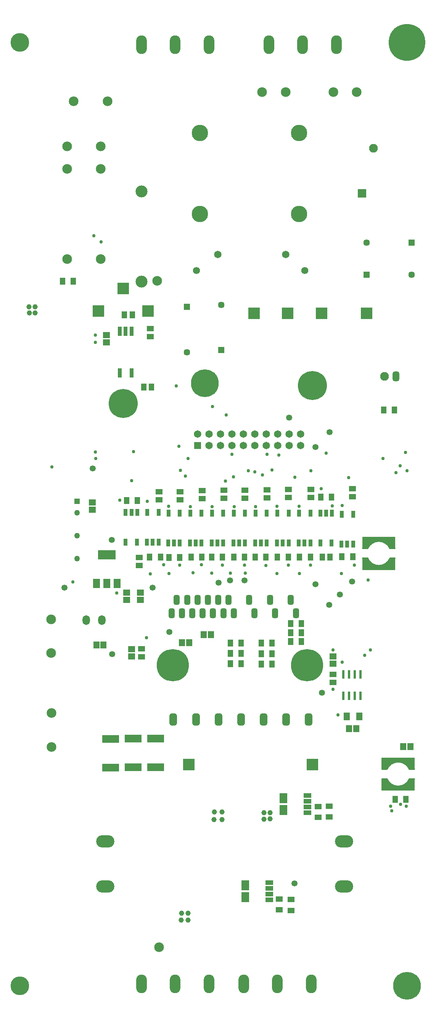
<source format=gts>
G04*
G04 #@! TF.GenerationSoftware,Altium Limited,Altium Designer,20.0.13 (296)*
G04*
G04 Layer_Color=8388736*
%FSLAX44Y44*%
%MOMM*%
G71*
G01*
G75*
%ADD19C,0.3000*%
%ADD20R,1.1500X1.5500*%
%ADD21R,7.1500X0.6500*%
%ADD22R,1.5500X1.1500*%
%ADD23C,1.3500*%
%ADD24R,1.4500X1.5500*%
%ADD25R,1.5500X1.4500*%
%ADD26R,1.5000X1.3000*%
%ADD27R,0.5580X1.9700*%
%ADD28R,1.3500X1.8000*%
%ADD29R,3.8000X1.7500*%
%ADD30R,1.3000X1.5000*%
%ADD31R,0.9500X1.6500*%
%ADD32R,0.9500X2.0500*%
%ADD33R,1.7500X1.0000*%
%ADD34R,1.7500X1.4000*%
%ADD35R,1.7500X1.3500*%
%ADD36R,3.9500X2.1500*%
%ADD37R,1.6500X2.1500*%
%ADD38R,1.6500X1.6500*%
%ADD39C,1.6500*%
%ADD40C,2.1500*%
%ADD41C,1.9500*%
%ADD42R,1.9500X1.9500*%
%ADD43C,6.4500*%
%ADD44R,2.5500X2.5500*%
%ADD45R,2.6500X2.6500*%
%ADD46C,1.4500*%
%ADD47R,1.4500X1.4500*%
%ADD48O,2.3500X4.1500*%
%ADD49C,7.1500*%
G04:AMPARAMS|DCode=50|XSize=2.65mm|YSize=1.65mm|CornerRadius=0.45mm|HoleSize=0mm|Usage=FLASHONLY|Rotation=270.000|XOffset=0mm|YOffset=0mm|HoleType=Round|Shape=RoundedRectangle|*
%AMROUNDEDRECTD50*
21,1,2.6500,0.7500,0,0,270.0*
21,1,1.7500,1.6500,0,0,270.0*
1,1,0.9000,-0.3750,-0.8750*
1,1,0.9000,-0.3750,0.8750*
1,1,0.9000,0.3750,0.8750*
1,1,0.9000,0.3750,-0.8750*
%
%ADD50ROUNDEDRECTD50*%
G04:AMPARAMS|DCode=51|XSize=2.15mm|YSize=1.35mm|CornerRadius=0.375mm|HoleSize=0mm|Usage=FLASHONLY|Rotation=270.000|XOffset=0mm|YOffset=0mm|HoleType=Round|Shape=RoundedRectangle|*
%AMROUNDEDRECTD51*
21,1,2.1500,0.6000,0,0,270.0*
21,1,1.4000,1.3500,0,0,270.0*
1,1,0.7500,-0.3000,-0.7000*
1,1,0.7500,-0.3000,0.7000*
1,1,0.7500,0.3000,0.7000*
1,1,0.7500,0.3000,-0.7000*
%
%ADD51ROUNDEDRECTD51*%
%ADD52R,1.4500X1.4500*%
%ADD53C,1.5750*%
%ADD54C,1.2700*%
%ADD55R,1.2700X1.2700*%
%ADD56C,3.6500*%
G04:AMPARAMS|DCode=57|XSize=2.15mm|YSize=1.45mm|CornerRadius=0.4mm|HoleSize=0mm|Usage=FLASHONLY|Rotation=270.000|XOffset=0mm|YOffset=0mm|HoleType=Round|Shape=RoundedRectangle|*
%AMROUNDEDRECTD57*
21,1,2.1500,0.6500,0,0,270.0*
21,1,1.3500,1.4500,0,0,270.0*
1,1,0.8000,-0.3250,-0.6750*
1,1,0.8000,-0.3250,0.6750*
1,1,0.8000,0.3250,0.6750*
1,1,0.8000,0.3250,-0.6750*
%
%ADD57ROUNDEDRECTD57*%
%ADD58O,4.0500X2.7500*%
%ADD59C,6.1500*%
%ADD60C,8.1500*%
%ADD61C,4.1500*%
%ADD62O,1.6500X2.1500*%
%ADD63C,2.6500*%
%ADD64C,0.7500*%
%ADD65C,1.1500*%
G36*
X806118Y515743D02*
X806233Y515715D01*
X806341Y515670D01*
X806442Y515609D01*
X806532Y515532D01*
X806609Y515442D01*
X806670Y515342D01*
X806715Y515233D01*
X806743Y515118D01*
X806752Y515000D01*
Y490000D01*
X806743Y489882D01*
X806715Y489767D01*
X806670Y489659D01*
X806609Y489558D01*
X806532Y489468D01*
X806442Y489391D01*
X806341Y489330D01*
X806233Y489285D01*
X806118Y489257D01*
X806000Y489248D01*
X795000D01*
X794945Y489252D01*
X794888Y489256D01*
X794885Y489257D01*
X794882Y489257D01*
X794829Y489270D01*
X794773Y489283D01*
X794770Y489284D01*
X794768Y489285D01*
X794716Y489306D01*
X794663Y489327D01*
X794661Y489329D01*
X794658Y489330D01*
X794610Y489359D01*
X794562Y489388D01*
X794560Y489390D01*
X794558Y489391D01*
X794515Y489428D01*
X794472Y489464D01*
X794470Y489466D01*
X794468Y489468D01*
X794431Y489511D01*
X794395Y489553D01*
X794393Y489556D01*
X794391Y489558D01*
X794361Y489607D01*
X794332Y489653D01*
X794331Y489656D01*
X794330Y489659D01*
X794308Y489711D01*
X794286Y489762D01*
X793343Y492594D01*
X790468Y495468D01*
X790466Y495470D01*
X790464Y495472D01*
X790428Y495514D01*
X790391Y495558D01*
X790390Y495560D01*
X790388Y495562D01*
X790359Y495611D01*
X790330Y495658D01*
X790329Y495661D01*
X790327Y495664D01*
X789417Y497485D01*
X786583Y499374D01*
X786583Y499374D01*
X783622Y501348D01*
X779711Y503303D01*
X776790Y504277D01*
X772907Y505248D01*
X767093D01*
X763210Y504277D01*
X760289Y503303D01*
X756378Y501348D01*
X753417Y499374D01*
X753417Y499374D01*
X750583Y497485D01*
X749673Y495664D01*
X749671Y495661D01*
X749670Y495658D01*
X749641Y495611D01*
X749612Y495562D01*
X749610Y495560D01*
X749609Y495558D01*
X749572Y495514D01*
X749536Y495472D01*
X749534Y495470D01*
X749532Y495468D01*
X746657Y492594D01*
X745714Y489762D01*
X745692Y489711D01*
X745670Y489659D01*
X745669Y489656D01*
X745668Y489653D01*
X745639Y489607D01*
X745609Y489558D01*
X745607Y489556D01*
X745605Y489553D01*
X745569Y489511D01*
X745532Y489468D01*
X745530Y489466D01*
X745528Y489464D01*
X745485Y489428D01*
X745442Y489391D01*
X745440Y489390D01*
X745437Y489388D01*
X745390Y489359D01*
X745341Y489330D01*
X745339Y489329D01*
X745336Y489327D01*
X745284Y489306D01*
X745232Y489285D01*
X745230Y489284D01*
X745227Y489283D01*
X745171Y489270D01*
X745118Y489257D01*
X745115Y489257D01*
X745112Y489256D01*
X745055Y489252D01*
X745000Y489248D01*
X734000D01*
X733882Y489257D01*
X733767Y489285D01*
X733658Y489330D01*
X733558Y489391D01*
X733468Y489468D01*
X733391Y489558D01*
X733330Y489659D01*
X733285Y489767D01*
X733257Y489882D01*
X733248Y490000D01*
Y515000D01*
X733257Y515118D01*
X733285Y515233D01*
X733330Y515342D01*
X733391Y515442D01*
X733468Y515532D01*
X733558Y515609D01*
X733658Y515670D01*
X733767Y515715D01*
X733882Y515743D01*
X734000Y515752D01*
X806000D01*
X806118Y515743D01*
D02*
G37*
G36*
Y468743D02*
X806233Y468716D01*
X806341Y468670D01*
X806442Y468609D01*
X806532Y468532D01*
X806609Y468442D01*
X806670Y468342D01*
X806715Y468232D01*
X806743Y468118D01*
X806752Y468000D01*
Y443000D01*
X806743Y442882D01*
X806715Y442767D01*
X806670Y442658D01*
X806609Y442558D01*
X806532Y442468D01*
X806442Y442391D01*
X806341Y442330D01*
X806233Y442285D01*
X806118Y442257D01*
X806000Y442248D01*
X734000D01*
X733882Y442257D01*
X733767Y442285D01*
X733658Y442330D01*
X733558Y442391D01*
X733468Y442468D01*
X733391Y442558D01*
X733330Y442658D01*
X733285Y442767D01*
X733257Y442882D01*
X733248Y443000D01*
Y468000D01*
X733257Y468118D01*
X733285Y468232D01*
X733330Y468342D01*
X733391Y468442D01*
X733468Y468532D01*
X733558Y468609D01*
X733658Y468670D01*
X733767Y468716D01*
X733882Y468743D01*
X734000Y468752D01*
X745000D01*
X745055Y468748D01*
X745112Y468744D01*
X745115Y468743D01*
X745118Y468743D01*
X745171Y468730D01*
X745227Y468717D01*
X745230Y468716D01*
X745232Y468716D01*
X745284Y468694D01*
X745336Y468673D01*
X745339Y468671D01*
X745341Y468670D01*
X745390Y468641D01*
X745437Y468612D01*
X745440Y468610D01*
X745442Y468609D01*
X745485Y468572D01*
X745528Y468536D01*
X745530Y468534D01*
X745532Y468532D01*
X745569Y468489D01*
X745605Y468447D01*
X745607Y468444D01*
X745609Y468442D01*
X745639Y468393D01*
X745668Y468347D01*
X745669Y468344D01*
X745670Y468342D01*
X745692Y468289D01*
X745714Y468238D01*
X746657Y465406D01*
X749532Y462532D01*
X749534Y462530D01*
X749536Y462528D01*
X749572Y462486D01*
X749609Y462442D01*
X749610Y462440D01*
X749612Y462438D01*
X749641Y462389D01*
X749670Y462341D01*
X749671Y462339D01*
X749673Y462337D01*
X750583Y460515D01*
X753417Y458626D01*
X753417Y458626D01*
X756378Y456652D01*
X760289Y454697D01*
X763210Y453723D01*
X767093Y452752D01*
X772907D01*
X776790Y453723D01*
X779711Y454697D01*
X783622Y456652D01*
X786583Y458626D01*
X786583Y458626D01*
X789417Y460515D01*
X790327Y462337D01*
X790329Y462339D01*
X790330Y462341D01*
X790359Y462389D01*
X790388Y462438D01*
X790390Y462440D01*
X790391Y462442D01*
X790428Y462486D01*
X790464Y462528D01*
X790466Y462530D01*
X790468Y462532D01*
X793343Y465406D01*
X794286Y468238D01*
X794308Y468289D01*
X794330Y468342D01*
X794331Y468344D01*
X794332Y468347D01*
X794361Y468393D01*
X794391Y468442D01*
X794393Y468444D01*
X794395Y468447D01*
X794431Y468489D01*
X794468Y468532D01*
X794470Y468534D01*
X794472Y468536D01*
X794515Y468572D01*
X794558Y468609D01*
X794560Y468610D01*
X794562Y468612D01*
X794610Y468641D01*
X794658Y468670D01*
X794661Y468671D01*
X794663Y468673D01*
X794716Y468694D01*
X794768Y468716D01*
X794770Y468716D01*
X794773Y468717D01*
X794829Y468730D01*
X794882Y468743D01*
X794885Y468743D01*
X794888Y468744D01*
X794945Y468748D01*
X795000Y468752D01*
X806000D01*
X806118Y468743D01*
D02*
G37*
G36*
X763118Y1004743D02*
X763232Y1004715D01*
X763342Y1004670D01*
X763442Y1004609D01*
X763532Y1004532D01*
X763609Y1004442D01*
X763670Y1004342D01*
X763716Y1004232D01*
X763743Y1004118D01*
X763752Y1004000D01*
Y979000D01*
X763743Y978882D01*
X763716Y978767D01*
X763670Y978658D01*
X763609Y978558D01*
X763532Y978468D01*
X763442Y978391D01*
X763342Y978330D01*
X763232Y978285D01*
X763118Y978257D01*
X763000Y978248D01*
X752000D01*
X751945Y978252D01*
X751888Y978256D01*
X751885Y978257D01*
X751882Y978257D01*
X751829Y978270D01*
X751773Y978283D01*
X751770Y978284D01*
X751768Y978285D01*
X751716Y978306D01*
X751664Y978327D01*
X751661Y978328D01*
X751658Y978330D01*
X751610Y978359D01*
X751562Y978388D01*
X751560Y978390D01*
X751558Y978391D01*
X751515Y978428D01*
X751472Y978464D01*
X751470Y978466D01*
X751468Y978468D01*
X751431Y978511D01*
X751395Y978553D01*
X751393Y978556D01*
X751391Y978558D01*
X751361Y978607D01*
X751332Y978653D01*
X751331Y978656D01*
X751330Y978658D01*
X751308Y978711D01*
X751286Y978762D01*
X750342Y981594D01*
X747468Y984468D01*
X747466Y984470D01*
X747464Y984472D01*
X747429Y984514D01*
X747391Y984558D01*
X747390Y984560D01*
X747388Y984562D01*
X747359Y984611D01*
X747330Y984659D01*
X747329Y984661D01*
X747327Y984663D01*
X746416Y986485D01*
X743583Y988374D01*
X743583Y988374D01*
X740622Y990348D01*
X736711Y992303D01*
X733790Y993277D01*
X729907Y994248D01*
X724093D01*
X720210Y993277D01*
X717289Y992303D01*
X713378Y990348D01*
X710417Y988374D01*
X710417Y988374D01*
X707583Y986485D01*
X706673Y984663D01*
X706671Y984661D01*
X706670Y984659D01*
X706641Y984611D01*
X706612Y984562D01*
X706610Y984560D01*
X706609Y984558D01*
X706572Y984514D01*
X706536Y984472D01*
X706534Y984470D01*
X706532Y984468D01*
X703658Y981594D01*
X702714Y978762D01*
X702692Y978711D01*
X702670Y978658D01*
X702669Y978656D01*
X702668Y978653D01*
X702639Y978607D01*
X702609Y978558D01*
X702607Y978556D01*
X702605Y978553D01*
X702569Y978511D01*
X702532Y978468D01*
X702530Y978466D01*
X702528Y978464D01*
X702485Y978428D01*
X702442Y978391D01*
X702440Y978390D01*
X702438Y978388D01*
X702390Y978359D01*
X702342Y978330D01*
X702339Y978328D01*
X702336Y978327D01*
X702284Y978306D01*
X702233Y978285D01*
X702230Y978284D01*
X702227Y978283D01*
X702171Y978270D01*
X702118Y978257D01*
X702115Y978257D01*
X702112Y978256D01*
X702055Y978252D01*
X702000Y978248D01*
X691000D01*
X690882Y978257D01*
X690768Y978285D01*
X690658Y978330D01*
X690558Y978391D01*
X690468Y978468D01*
X690391Y978558D01*
X690330Y978658D01*
X690285Y978767D01*
X690257Y978882D01*
X690248Y979000D01*
Y1004000D01*
X690257Y1004118D01*
X690285Y1004232D01*
X690330Y1004342D01*
X690391Y1004442D01*
X690468Y1004532D01*
X690558Y1004609D01*
X690658Y1004670D01*
X690768Y1004715D01*
X690882Y1004743D01*
X691000Y1004752D01*
X763000D01*
X763118Y1004743D01*
D02*
G37*
G36*
Y957743D02*
X763232Y957716D01*
X763342Y957670D01*
X763442Y957609D01*
X763532Y957532D01*
X763609Y957442D01*
X763670Y957342D01*
X763716Y957233D01*
X763743Y957118D01*
X763752Y957000D01*
Y932000D01*
X763743Y931882D01*
X763716Y931768D01*
X763670Y931658D01*
X763609Y931558D01*
X763532Y931468D01*
X763442Y931391D01*
X763342Y931330D01*
X763232Y931284D01*
X763118Y931257D01*
X763000Y931248D01*
X691000D01*
X690882Y931257D01*
X690768Y931284D01*
X690658Y931330D01*
X690558Y931391D01*
X690468Y931468D01*
X690391Y931558D01*
X690330Y931658D01*
X690285Y931768D01*
X690257Y931882D01*
X690248Y932000D01*
Y957000D01*
X690257Y957118D01*
X690285Y957233D01*
X690330Y957342D01*
X690391Y957442D01*
X690468Y957532D01*
X690558Y957609D01*
X690658Y957670D01*
X690768Y957716D01*
X690882Y957743D01*
X691000Y957752D01*
X702000D01*
X702055Y957748D01*
X702112Y957744D01*
X702115Y957743D01*
X702118Y957743D01*
X702171Y957730D01*
X702227Y957717D01*
X702230Y957716D01*
X702233Y957716D01*
X702284Y957694D01*
X702336Y957673D01*
X702339Y957671D01*
X702342Y957670D01*
X702390Y957641D01*
X702438Y957612D01*
X702440Y957610D01*
X702442Y957609D01*
X702485Y957572D01*
X702528Y957536D01*
X702530Y957534D01*
X702532Y957532D01*
X702569Y957489D01*
X702605Y957447D01*
X702607Y957444D01*
X702609Y957442D01*
X702639Y957393D01*
X702668Y957347D01*
X702669Y957344D01*
X702670Y957342D01*
X702692Y957289D01*
X702714Y957238D01*
X703658Y954406D01*
X706532Y951532D01*
X706534Y951530D01*
X706536Y951528D01*
X706572Y951486D01*
X706609Y951442D01*
X706610Y951440D01*
X706612Y951438D01*
X706641Y951389D01*
X706670Y951341D01*
X706671Y951339D01*
X706673Y951337D01*
X707583Y949515D01*
X710417Y947626D01*
X710417Y947626D01*
X713378Y945652D01*
X717289Y943697D01*
X720210Y942723D01*
X724093Y941752D01*
X729907D01*
X733790Y942723D01*
X736711Y943697D01*
X740622Y945652D01*
X743583Y947626D01*
X743583Y947626D01*
X746416Y949515D01*
X747327Y951337D01*
X747329Y951339D01*
X747330Y951341D01*
X747359Y951389D01*
X747388Y951438D01*
X747390Y951440D01*
X747391Y951442D01*
X747429Y951486D01*
X747464Y951528D01*
X747466Y951530D01*
X747468Y951532D01*
X750342Y954406D01*
X751286Y957238D01*
X751308Y957289D01*
X751330Y957342D01*
X751331Y957344D01*
X751332Y957347D01*
X751361Y957393D01*
X751391Y957442D01*
X751393Y957444D01*
X751395Y957447D01*
X751431Y957489D01*
X751468Y957532D01*
X751470Y957534D01*
X751472Y957536D01*
X751515Y957572D01*
X751558Y957609D01*
X751560Y957610D01*
X751562Y957612D01*
X751610Y957641D01*
X751658Y957670D01*
X751661Y957671D01*
X751664Y957673D01*
X751716Y957694D01*
X751768Y957716D01*
X751770Y957716D01*
X751773Y957717D01*
X751829Y957730D01*
X751882Y957743D01*
X751885Y957743D01*
X751888Y957744D01*
X751945Y957748D01*
X752000Y957752D01*
X763000D01*
X763118Y957743D01*
D02*
G37*
D19*
X770000Y451687D02*
G03*
X795000Y468000I0J27313D01*
G01*
X745000D02*
G03*
X770000Y451687I25000J11000D01*
G01*
X795000Y490000D02*
G03*
X770000Y506313I-25000J-11000D01*
G01*
D02*
G03*
X745000Y490000I0J-27313D01*
G01*
X727000Y995313D02*
G03*
X702000Y979000I0J-27313D01*
G01*
X752000D02*
G03*
X727000Y995313I-25000J-11000D01*
G01*
X702000Y957000D02*
G03*
X727000Y940687I25000J11000D01*
G01*
D02*
G03*
X752000Y957000I0J27313D01*
G01*
X734500Y468000D02*
X745000D01*
X795000D02*
X805500D01*
X734500Y490000D02*
X745000D01*
X795000D02*
X805500D01*
X752000Y957000D02*
X762500D01*
X691500D02*
X702000D01*
X691500Y979000D02*
X702000D01*
X752000D02*
X762500D01*
D20*
X738000Y1286000D02*
D03*
X762000D02*
D03*
X25000Y1571000D02*
D03*
X49000D02*
D03*
X622000Y1093000D02*
D03*
X598000D02*
D03*
X787000Y423000D02*
D03*
X763000D02*
D03*
X645000Y961000D02*
D03*
X669000D02*
D03*
X531000Y812500D02*
D03*
X555000D02*
D03*
X531000Y792500D02*
D03*
X555000D02*
D03*
X531000Y772500D02*
D03*
X555000D02*
D03*
X466000Y769500D02*
D03*
X490000D02*
D03*
X466000Y745500D02*
D03*
X490000D02*
D03*
X466000Y722500D02*
D03*
X490000D02*
D03*
X397500Y769500D02*
D03*
X421500D02*
D03*
X397500Y746500D02*
D03*
X421500D02*
D03*
X397500Y723500D02*
D03*
X421500D02*
D03*
X526000Y960000D02*
D03*
X502000D02*
D03*
X242500D02*
D03*
X218500D02*
D03*
X285000Y959000D02*
D03*
X261000D02*
D03*
X310000Y960000D02*
D03*
X334000D02*
D03*
X551000Y960000D02*
D03*
X575000D02*
D03*
X380000Y960000D02*
D03*
X356000D02*
D03*
X429000D02*
D03*
X405000D02*
D03*
X191000Y1085000D02*
D03*
X167000D02*
D03*
X452500Y960000D02*
D03*
X476500D02*
D03*
D21*
X770000Y510500D02*
D03*
Y447500D02*
D03*
X727000Y999500D02*
D03*
Y936500D02*
D03*
D22*
X532000Y177000D02*
D03*
Y201000D02*
D03*
X506000Y178000D02*
D03*
Y202000D02*
D03*
X592000Y383000D02*
D03*
Y407000D02*
D03*
X617000Y384000D02*
D03*
Y408000D02*
D03*
D23*
X586000Y1204000D02*
D03*
X528000Y1269000D02*
D03*
X540000Y237000D02*
D03*
X92250Y1156500D02*
D03*
X29000Y892000D02*
D03*
X134250Y997750D02*
D03*
X618000Y1237000D02*
D03*
X429000Y908000D02*
D03*
X397000D02*
D03*
X371000Y903000D02*
D03*
X601000Y659000D02*
D03*
X135000Y745000D02*
D03*
X262000Y794000D02*
D03*
X225000Y892500D02*
D03*
X617000Y854000D02*
D03*
X586000Y900000D02*
D03*
X640375Y877000D02*
D03*
X668000Y906000D02*
D03*
D24*
X116000Y765000D02*
D03*
X100000D02*
D03*
X354000Y788000D02*
D03*
X338000D02*
D03*
X306000Y770000D02*
D03*
X290000D02*
D03*
X661000Y580000D02*
D03*
X677000D02*
D03*
X797000Y540000D02*
D03*
X781000D02*
D03*
D25*
X91000Y1081000D02*
D03*
Y1065000D02*
D03*
X625000Y724000D02*
D03*
Y740000D02*
D03*
X167000Y881000D02*
D03*
Y865000D02*
D03*
X198000Y881000D02*
D03*
Y865000D02*
D03*
X178000Y755500D02*
D03*
Y739500D02*
D03*
X122250Y1451750D02*
D03*
Y1435750D02*
D03*
D26*
X668250Y1093500D02*
D03*
Y1111000D02*
D03*
X239000Y1087250D02*
D03*
Y1104750D02*
D03*
X286000Y1087250D02*
D03*
Y1104750D02*
D03*
X335000Y1089250D02*
D03*
Y1106750D02*
D03*
X383000Y1090250D02*
D03*
Y1107750D02*
D03*
X430000Y1090250D02*
D03*
Y1107750D02*
D03*
X479000Y1091250D02*
D03*
Y1108750D02*
D03*
X576000Y1092250D02*
D03*
Y1109750D02*
D03*
X526000Y1092250D02*
D03*
Y1109750D02*
D03*
X625000Y699750D02*
D03*
Y682250D02*
D03*
X200500Y739250D02*
D03*
Y756750D02*
D03*
X195000Y941250D02*
D03*
Y958750D02*
D03*
X220000Y1465750D02*
D03*
Y1448250D02*
D03*
D27*
X647950Y652378D02*
D03*
X660650D02*
D03*
X673350D02*
D03*
X686050D02*
D03*
Y699622D02*
D03*
X673350D02*
D03*
X660650D02*
D03*
X647950D02*
D03*
D28*
X656000Y607000D02*
D03*
X684000D02*
D03*
D29*
X232000Y557750D02*
D03*
Y494250D02*
D03*
X181998Y557751D02*
D03*
Y494251D02*
D03*
X132000Y557000D02*
D03*
Y493500D02*
D03*
D30*
X618750Y960000D02*
D03*
X601250D02*
D03*
X179750Y1497000D02*
D03*
X162250D02*
D03*
X205250Y1337000D02*
D03*
X222750D02*
D03*
D31*
X575000Y1057500D02*
D03*
X550000D02*
D03*
X549000Y991500D02*
D03*
X562000D02*
D03*
X575000D02*
D03*
X526717Y1057500D02*
D03*
X501717D02*
D03*
X500717Y991500D02*
D03*
X513717D02*
D03*
X526717D02*
D03*
X597000D02*
D03*
X622000D02*
D03*
X623000Y1057500D02*
D03*
X610000D02*
D03*
X597000D02*
D03*
X430171D02*
D03*
X405171D02*
D03*
X404171Y991500D02*
D03*
X417171D02*
D03*
X430171D02*
D03*
X238000Y1058500D02*
D03*
X213000D02*
D03*
X212000Y992500D02*
D03*
X225000D02*
D03*
X238000D02*
D03*
X285353Y1057500D02*
D03*
X260353D02*
D03*
X259353Y991500D02*
D03*
X272353D02*
D03*
X285353D02*
D03*
X333625Y1057500D02*
D03*
X308626D02*
D03*
X307626Y991500D02*
D03*
X320625D02*
D03*
X333625D02*
D03*
X381898Y1057500D02*
D03*
X356898D02*
D03*
X355898Y991500D02*
D03*
X368898D02*
D03*
X381898D02*
D03*
X478444Y1057500D02*
D03*
X453444D02*
D03*
X452444Y991500D02*
D03*
X465444D02*
D03*
X478444D02*
D03*
X165000Y992500D02*
D03*
X190000D02*
D03*
X191000Y1058500D02*
D03*
X178000D02*
D03*
X165000D02*
D03*
X670000Y1055000D02*
D03*
X645000D02*
D03*
X644000Y989000D02*
D03*
X657000D02*
D03*
X670000D02*
D03*
D32*
X152000Y1460000D02*
D03*
X165000D02*
D03*
X178000D02*
D03*
Y1368000D02*
D03*
X152000D02*
D03*
D33*
X484000Y199950D02*
D03*
Y212650D02*
D03*
Y225350D02*
D03*
Y238050D02*
D03*
X430330Y199950D02*
D03*
Y238050D02*
D03*
X569000Y393377D02*
D03*
Y406077D02*
D03*
Y418778D02*
D03*
Y431478D02*
D03*
X515330Y393377D02*
D03*
Y431478D02*
D03*
D34*
X430330Y210110D02*
D03*
X515330Y403537D02*
D03*
D35*
X430330Y227890D02*
D03*
X515330Y421317D02*
D03*
D36*
X123000Y964500D02*
D03*
D37*
X146000Y901500D02*
D03*
X123000D02*
D03*
X100000D02*
D03*
D38*
X325100Y1207100D02*
D03*
D39*
X350500D02*
D03*
X375900D02*
D03*
X401300D02*
D03*
X426700D02*
D03*
X452100D02*
D03*
X477500D02*
D03*
X502900D02*
D03*
X528300D02*
D03*
X553700D02*
D03*
Y1232500D02*
D03*
X528300D02*
D03*
X502900D02*
D03*
X477500D02*
D03*
X452100D02*
D03*
X426700D02*
D03*
X401300D02*
D03*
X375900D02*
D03*
X350500D02*
D03*
X325100D02*
D03*
X520000Y1630000D02*
D03*
X370000D02*
D03*
D40*
X239000Y95000D02*
D03*
X235000Y1572000D02*
D03*
X110000Y1820000D02*
D03*
Y1870000D02*
D03*
X35000D02*
D03*
Y1820000D02*
D03*
Y1620000D02*
D03*
X110000D02*
D03*
X500Y539250D02*
D03*
Y614250D02*
D03*
X0Y747000D02*
D03*
Y822000D02*
D03*
X468000Y1990000D02*
D03*
X520000D02*
D03*
X678000D02*
D03*
X626000D02*
D03*
X125000Y1970000D02*
D03*
X50000D02*
D03*
D41*
X715000Y1866000D02*
D03*
X740000Y1360000D02*
D03*
D42*
X690000Y1766000D02*
D03*
D43*
X580000Y1340000D02*
D03*
X160000Y1300000D02*
D03*
D44*
X700000Y1500000D02*
D03*
X600000D02*
D03*
X525000D02*
D03*
X450000D02*
D03*
D45*
X105000Y1505000D02*
D03*
X160000Y1555000D02*
D03*
X215000Y1505000D02*
D03*
X305000Y500000D02*
D03*
X580000D02*
D03*
D46*
X301000Y1414000D02*
D03*
X800000Y1585205D02*
D03*
X700000Y1656978D02*
D03*
X377000Y1519000D02*
D03*
D47*
X301000Y1514000D02*
D03*
X377000Y1419000D02*
D03*
D48*
X633000Y2095000D02*
D03*
X558000D02*
D03*
X483000D02*
D03*
X350000D02*
D03*
X275000D02*
D03*
X200000D02*
D03*
X350000Y14000D02*
D03*
X275000D02*
D03*
X200000D02*
D03*
X577000D02*
D03*
X502000D02*
D03*
X427000D02*
D03*
D49*
X270000Y720000D02*
D03*
X568000D02*
D03*
D50*
X571000Y600000D02*
D03*
X521000D02*
D03*
X471000D02*
D03*
X421000D02*
D03*
X371000D02*
D03*
X321000D02*
D03*
X271000D02*
D03*
D51*
X267000Y835000D02*
D03*
X278500Y865000D02*
D03*
X290000Y835000D02*
D03*
X301500Y865000D02*
D03*
X313000Y835000D02*
D03*
X324500Y865000D02*
D03*
X336000Y835000D02*
D03*
X347500Y865000D02*
D03*
X359000Y835000D02*
D03*
X370500Y865000D02*
D03*
X382000Y835000D02*
D03*
X393500Y865000D02*
D03*
X405000Y835000D02*
D03*
X439500Y865000D02*
D03*
X451000Y835000D02*
D03*
X485500Y865000D02*
D03*
X497000Y835000D02*
D03*
X531500Y865000D02*
D03*
X543000Y835000D02*
D03*
D52*
X700000Y1585205D02*
D03*
X800000Y1656978D02*
D03*
D53*
X322500Y1595000D02*
D03*
X562500D02*
D03*
D54*
X57500Y956150D02*
D03*
Y1006950D02*
D03*
Y1057750D02*
D03*
D55*
Y1083150D02*
D03*
D56*
X550000Y1720000D02*
D03*
X330000D02*
D03*
X550000Y1900000D02*
D03*
X330000D02*
D03*
D57*
X765000Y1360000D02*
D03*
D58*
X650000Y230000D02*
D03*
Y330000D02*
D03*
X120000Y230000D02*
D03*
Y330000D02*
D03*
D59*
X790000Y10000D02*
D03*
X341000Y1345000D02*
D03*
D60*
X790000Y2100000D02*
D03*
D61*
X-70000D02*
D03*
Y10000D02*
D03*
D62*
X77500Y820000D02*
D03*
X112500D02*
D03*
D63*
X200000Y1570000D02*
D03*
Y1770000D02*
D03*
D64*
X261422Y923172D02*
D03*
X220000Y923000D02*
D03*
X479000Y1188000D02*
D03*
X401000D02*
D03*
X774000Y1162000D02*
D03*
X358000Y1293000D02*
D03*
X786000Y1192000D02*
D03*
X790000Y1151000D02*
D03*
X788000Y408000D02*
D03*
X775000Y412000D02*
D03*
X756000Y398000D02*
D03*
X599000Y1111000D02*
D03*
X152000Y1086000D02*
D03*
X660000Y1136000D02*
D03*
X541000Y1137000D02*
D03*
X610000Y1190000D02*
D03*
X505000Y1186000D02*
D03*
X576000Y1151000D02*
D03*
X490000Y1153000D02*
D03*
X469000Y1142000D02*
D03*
X178000Y1129000D02*
D03*
X452100Y1148443D02*
D03*
X387000Y1128000D02*
D03*
X388000Y1275000D02*
D03*
X404000Y1138000D02*
D03*
X298000Y1139000D02*
D03*
X287000Y1152000D02*
D03*
X437000Y1151000D02*
D03*
X765000Y1147000D02*
D03*
X753000Y408000D02*
D03*
X736243Y1178007D02*
D03*
X636000Y610000D02*
D03*
X277000Y1339000D02*
D03*
X97750Y1451750D02*
D03*
X98000Y1435500D02*
D03*
X98250Y1192500D02*
D03*
X1750Y1159500D02*
D03*
X47500Y904500D02*
D03*
X549750Y1072250D02*
D03*
X501250D02*
D03*
X453250Y1072000D02*
D03*
X405750Y1071750D02*
D03*
X356750Y1072000D02*
D03*
X308750D02*
D03*
X260500Y1072250D02*
D03*
X623250Y1073250D02*
D03*
X645250Y1074250D02*
D03*
X212750Y1083750D02*
D03*
X99000Y1178250D02*
D03*
X303750Y1178500D02*
D03*
X182500Y1193750D02*
D03*
X94500Y1671500D02*
D03*
X110750Y1658250D02*
D03*
X283250Y1205250D02*
D03*
X249250Y943000D02*
D03*
X285000Y942000D02*
D03*
X333500Y942750D02*
D03*
X379500Y942000D02*
D03*
X429250D02*
D03*
X476250Y941250D02*
D03*
X526250Y942000D02*
D03*
X575000Y941750D02*
D03*
X314750Y924750D02*
D03*
X356000Y924000D02*
D03*
X431000Y924250D02*
D03*
X397500Y924500D02*
D03*
X500750Y923500D02*
D03*
X550500Y923250D02*
D03*
X644000Y923500D02*
D03*
X646000Y727000D02*
D03*
X696000Y742000D02*
D03*
X703000Y909000D02*
D03*
X673000Y942000D02*
D03*
X708000Y754000D02*
D03*
X625000D02*
D03*
X625498Y666498D02*
D03*
X145000Y880000D02*
D03*
X211000Y781000D02*
D03*
D65*
X-48500Y1501000D02*
D03*
X-49250Y1514500D02*
D03*
X-35750Y1501250D02*
D03*
Y1514000D02*
D03*
X123635Y965135D02*
D03*
X361000Y378000D02*
D03*
X472000Y379000D02*
D03*
X486000Y380000D02*
D03*
Y393000D02*
D03*
X472000D02*
D03*
X379000Y378000D02*
D03*
Y395000D02*
D03*
X362000D02*
D03*
X303707Y155730D02*
D03*
X288707D02*
D03*
X303707Y170730D02*
D03*
X289000Y171000D02*
D03*
M02*

</source>
